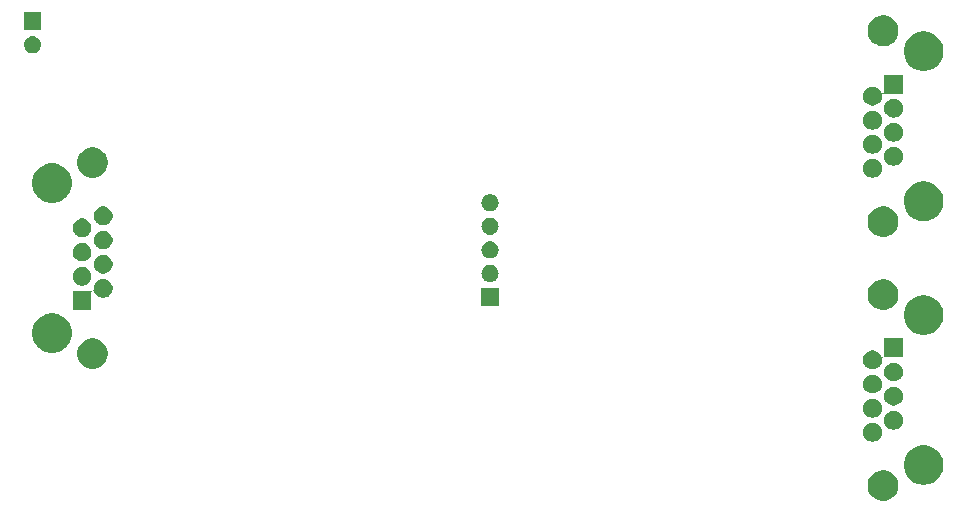
<source format=gbr>
%TF.GenerationSoftware,KiCad,Pcbnew,(5.1.2)-1*%
%TF.CreationDate,2019-06-16T16:41:35+02:00*%
%TF.ProjectId,i2s_rxtx,6932735f-7278-4747-982e-6b696361645f,rev?*%
%TF.SameCoordinates,Original*%
%TF.FileFunction,Soldermask,Bot*%
%TF.FilePolarity,Negative*%
%FSLAX46Y46*%
G04 Gerber Fmt 4.6, Leading zero omitted, Abs format (unit mm)*
G04 Created by KiCad (PCBNEW (5.1.2)-1) date 2019-06-16 16:41:35*
%MOMM*%
%LPD*%
G04 APERTURE LIST*
%ADD10C,0.150000*%
G04 APERTURE END LIST*
D10*
G36*
X122933487Y-84298996D02*
G01*
X123170253Y-84397068D01*
X123170255Y-84397069D01*
X123383339Y-84539447D01*
X123564553Y-84720661D01*
X123706932Y-84933747D01*
X123805004Y-85170513D01*
X123855000Y-85421861D01*
X123855000Y-85678139D01*
X123805004Y-85929487D01*
X123706932Y-86166253D01*
X123706931Y-86166255D01*
X123564553Y-86379339D01*
X123383339Y-86560553D01*
X123170255Y-86702931D01*
X123170254Y-86702932D01*
X123170253Y-86702932D01*
X122933487Y-86801004D01*
X122682139Y-86851000D01*
X122425861Y-86851000D01*
X122174513Y-86801004D01*
X121937747Y-86702932D01*
X121937746Y-86702932D01*
X121937745Y-86702931D01*
X121724661Y-86560553D01*
X121543447Y-86379339D01*
X121401069Y-86166255D01*
X121401068Y-86166253D01*
X121302996Y-85929487D01*
X121253000Y-85678139D01*
X121253000Y-85421861D01*
X121302996Y-85170513D01*
X121401068Y-84933747D01*
X121543447Y-84720661D01*
X121724661Y-84539447D01*
X121937745Y-84397069D01*
X121937747Y-84397068D01*
X122174513Y-84298996D01*
X122425861Y-84249000D01*
X122682139Y-84249000D01*
X122933487Y-84298996D01*
X122933487Y-84298996D01*
G37*
G36*
X126472871Y-82208408D02*
G01*
X126777883Y-82334748D01*
X127052387Y-82518166D01*
X127285834Y-82751613D01*
X127469252Y-83026117D01*
X127595592Y-83331129D01*
X127660000Y-83654928D01*
X127660000Y-83985072D01*
X127595592Y-84308871D01*
X127469252Y-84613883D01*
X127285834Y-84888387D01*
X127052387Y-85121834D01*
X126777883Y-85305252D01*
X126472871Y-85431592D01*
X126310971Y-85463796D01*
X126149073Y-85496000D01*
X125818927Y-85496000D01*
X125657029Y-85463796D01*
X125495129Y-85431592D01*
X125190117Y-85305252D01*
X124915613Y-85121834D01*
X124682166Y-84888387D01*
X124498748Y-84613883D01*
X124372408Y-84308871D01*
X124308000Y-83985072D01*
X124308000Y-83654928D01*
X124372408Y-83331129D01*
X124498748Y-83026117D01*
X124682166Y-82751613D01*
X124915613Y-82518166D01*
X125190117Y-82334748D01*
X125495129Y-82208408D01*
X125818927Y-82144000D01*
X126149073Y-82144000D01*
X126472871Y-82208408D01*
X126472871Y-82208408D01*
G37*
G36*
X121897642Y-80269781D02*
G01*
X122043414Y-80330162D01*
X122043416Y-80330163D01*
X122174608Y-80417822D01*
X122286178Y-80529392D01*
X122373837Y-80660584D01*
X122373838Y-80660586D01*
X122434219Y-80806358D01*
X122465000Y-80961107D01*
X122465000Y-81118893D01*
X122434219Y-81273642D01*
X122373838Y-81419414D01*
X122373837Y-81419416D01*
X122286178Y-81550608D01*
X122174608Y-81662178D01*
X122043416Y-81749837D01*
X122043415Y-81749838D01*
X122043414Y-81749838D01*
X121897642Y-81810219D01*
X121742893Y-81841000D01*
X121585107Y-81841000D01*
X121430358Y-81810219D01*
X121284586Y-81749838D01*
X121284585Y-81749838D01*
X121284584Y-81749837D01*
X121153392Y-81662178D01*
X121041822Y-81550608D01*
X120954163Y-81419416D01*
X120954162Y-81419414D01*
X120893781Y-81273642D01*
X120863000Y-81118893D01*
X120863000Y-80961107D01*
X120893781Y-80806358D01*
X120954162Y-80660586D01*
X120954163Y-80660584D01*
X121041822Y-80529392D01*
X121153392Y-80417822D01*
X121284584Y-80330163D01*
X121284586Y-80330162D01*
X121430358Y-80269781D01*
X121585107Y-80239000D01*
X121742893Y-80239000D01*
X121897642Y-80269781D01*
X121897642Y-80269781D01*
G37*
G36*
X123677642Y-79249781D02*
G01*
X123823414Y-79310162D01*
X123823416Y-79310163D01*
X123954608Y-79397822D01*
X124066178Y-79509392D01*
X124153837Y-79640584D01*
X124153838Y-79640586D01*
X124214219Y-79786358D01*
X124245000Y-79941107D01*
X124245000Y-80098893D01*
X124214219Y-80253642D01*
X124153838Y-80399414D01*
X124153837Y-80399416D01*
X124066178Y-80530608D01*
X123954608Y-80642178D01*
X123823416Y-80729837D01*
X123823415Y-80729838D01*
X123823414Y-80729838D01*
X123677642Y-80790219D01*
X123522893Y-80821000D01*
X123365107Y-80821000D01*
X123210358Y-80790219D01*
X123064586Y-80729838D01*
X123064585Y-80729838D01*
X123064584Y-80729837D01*
X122933392Y-80642178D01*
X122821822Y-80530608D01*
X122734163Y-80399416D01*
X122734162Y-80399414D01*
X122673781Y-80253642D01*
X122643000Y-80098893D01*
X122643000Y-79941107D01*
X122673781Y-79786358D01*
X122734162Y-79640586D01*
X122734163Y-79640584D01*
X122821822Y-79509392D01*
X122933392Y-79397822D01*
X123064584Y-79310163D01*
X123064586Y-79310162D01*
X123210358Y-79249781D01*
X123365107Y-79219000D01*
X123522893Y-79219000D01*
X123677642Y-79249781D01*
X123677642Y-79249781D01*
G37*
G36*
X121897642Y-78229781D02*
G01*
X122043414Y-78290162D01*
X122043416Y-78290163D01*
X122174608Y-78377822D01*
X122286178Y-78489392D01*
X122373837Y-78620584D01*
X122373838Y-78620586D01*
X122434219Y-78766358D01*
X122465000Y-78921107D01*
X122465000Y-79078893D01*
X122434219Y-79233642D01*
X122373838Y-79379414D01*
X122373837Y-79379416D01*
X122286178Y-79510608D01*
X122174608Y-79622178D01*
X122043416Y-79709837D01*
X122043415Y-79709838D01*
X122043414Y-79709838D01*
X121897642Y-79770219D01*
X121742893Y-79801000D01*
X121585107Y-79801000D01*
X121430358Y-79770219D01*
X121284586Y-79709838D01*
X121284585Y-79709838D01*
X121284584Y-79709837D01*
X121153392Y-79622178D01*
X121041822Y-79510608D01*
X120954163Y-79379416D01*
X120954162Y-79379414D01*
X120893781Y-79233642D01*
X120863000Y-79078893D01*
X120863000Y-78921107D01*
X120893781Y-78766358D01*
X120954162Y-78620586D01*
X120954163Y-78620584D01*
X121041822Y-78489392D01*
X121153392Y-78377822D01*
X121284584Y-78290163D01*
X121284586Y-78290162D01*
X121430358Y-78229781D01*
X121585107Y-78199000D01*
X121742893Y-78199000D01*
X121897642Y-78229781D01*
X121897642Y-78229781D01*
G37*
G36*
X123677642Y-77209781D02*
G01*
X123823414Y-77270162D01*
X123823416Y-77270163D01*
X123954608Y-77357822D01*
X124066178Y-77469392D01*
X124153837Y-77600584D01*
X124153838Y-77600586D01*
X124214219Y-77746358D01*
X124245000Y-77901107D01*
X124245000Y-78058893D01*
X124214219Y-78213642D01*
X124153838Y-78359414D01*
X124153837Y-78359416D01*
X124066178Y-78490608D01*
X123954608Y-78602178D01*
X123823416Y-78689837D01*
X123823415Y-78689838D01*
X123823414Y-78689838D01*
X123677642Y-78750219D01*
X123522893Y-78781000D01*
X123365107Y-78781000D01*
X123210358Y-78750219D01*
X123064586Y-78689838D01*
X123064585Y-78689838D01*
X123064584Y-78689837D01*
X122933392Y-78602178D01*
X122821822Y-78490608D01*
X122734163Y-78359416D01*
X122734162Y-78359414D01*
X122673781Y-78213642D01*
X122643000Y-78058893D01*
X122643000Y-77901107D01*
X122673781Y-77746358D01*
X122734162Y-77600586D01*
X122734163Y-77600584D01*
X122821822Y-77469392D01*
X122933392Y-77357822D01*
X123064584Y-77270163D01*
X123064586Y-77270162D01*
X123210358Y-77209781D01*
X123365107Y-77179000D01*
X123522893Y-77179000D01*
X123677642Y-77209781D01*
X123677642Y-77209781D01*
G37*
G36*
X121897642Y-76189781D02*
G01*
X122043414Y-76250162D01*
X122043416Y-76250163D01*
X122174608Y-76337822D01*
X122286178Y-76449392D01*
X122373837Y-76580584D01*
X122373838Y-76580586D01*
X122434219Y-76726358D01*
X122465000Y-76881107D01*
X122465000Y-77038893D01*
X122434219Y-77193642D01*
X122373838Y-77339414D01*
X122373837Y-77339416D01*
X122286178Y-77470608D01*
X122174608Y-77582178D01*
X122043416Y-77669837D01*
X122043415Y-77669838D01*
X122043414Y-77669838D01*
X121897642Y-77730219D01*
X121742893Y-77761000D01*
X121585107Y-77761000D01*
X121430358Y-77730219D01*
X121284586Y-77669838D01*
X121284585Y-77669838D01*
X121284584Y-77669837D01*
X121153392Y-77582178D01*
X121041822Y-77470608D01*
X120954163Y-77339416D01*
X120954162Y-77339414D01*
X120893781Y-77193642D01*
X120863000Y-77038893D01*
X120863000Y-76881107D01*
X120893781Y-76726358D01*
X120954162Y-76580586D01*
X120954163Y-76580584D01*
X121041822Y-76449392D01*
X121153392Y-76337822D01*
X121284584Y-76250163D01*
X121284586Y-76250162D01*
X121430358Y-76189781D01*
X121585107Y-76159000D01*
X121742893Y-76159000D01*
X121897642Y-76189781D01*
X121897642Y-76189781D01*
G37*
G36*
X123677642Y-75169781D02*
G01*
X123823414Y-75230162D01*
X123823416Y-75230163D01*
X123954608Y-75317822D01*
X124066178Y-75429392D01*
X124153837Y-75560584D01*
X124153838Y-75560586D01*
X124214219Y-75706358D01*
X124245000Y-75861107D01*
X124245000Y-76018893D01*
X124214219Y-76173642D01*
X124153838Y-76319414D01*
X124153837Y-76319416D01*
X124066178Y-76450608D01*
X123954608Y-76562178D01*
X123823416Y-76649837D01*
X123823415Y-76649838D01*
X123823414Y-76649838D01*
X123677642Y-76710219D01*
X123522893Y-76741000D01*
X123365107Y-76741000D01*
X123210358Y-76710219D01*
X123064586Y-76649838D01*
X123064585Y-76649838D01*
X123064584Y-76649837D01*
X122933392Y-76562178D01*
X122821822Y-76450608D01*
X122734163Y-76319416D01*
X122734162Y-76319414D01*
X122673781Y-76173642D01*
X122643000Y-76018893D01*
X122643000Y-75861107D01*
X122673781Y-75706358D01*
X122734162Y-75560586D01*
X122734163Y-75560584D01*
X122821822Y-75429392D01*
X122933392Y-75317822D01*
X123064584Y-75230163D01*
X123064586Y-75230162D01*
X123210358Y-75169781D01*
X123365107Y-75139000D01*
X123522893Y-75139000D01*
X123677642Y-75169781D01*
X123677642Y-75169781D01*
G37*
G36*
X124245000Y-74701000D02*
G01*
X122589442Y-74701000D01*
X122565056Y-74703402D01*
X122541607Y-74710515D01*
X122519996Y-74722066D01*
X122501054Y-74737611D01*
X122485509Y-74756553D01*
X122473958Y-74778164D01*
X122466845Y-74801613D01*
X122464443Y-74825999D01*
X122465000Y-74831649D01*
X122465000Y-74998893D01*
X122434219Y-75153642D01*
X122373838Y-75299414D01*
X122373837Y-75299416D01*
X122286178Y-75430608D01*
X122174608Y-75542178D01*
X122043416Y-75629837D01*
X122043415Y-75629838D01*
X122043414Y-75629838D01*
X121897642Y-75690219D01*
X121742893Y-75721000D01*
X121585107Y-75721000D01*
X121430358Y-75690219D01*
X121284586Y-75629838D01*
X121284585Y-75629838D01*
X121284584Y-75629837D01*
X121153392Y-75542178D01*
X121041822Y-75430608D01*
X120954163Y-75299416D01*
X120954162Y-75299414D01*
X120893781Y-75153642D01*
X120863000Y-74998893D01*
X120863000Y-74841107D01*
X120893781Y-74686358D01*
X120954162Y-74540586D01*
X120979851Y-74502139D01*
X121041822Y-74409392D01*
X121153392Y-74297822D01*
X121284584Y-74210163D01*
X121284586Y-74210162D01*
X121430358Y-74149781D01*
X121585107Y-74119000D01*
X121742893Y-74119000D01*
X121897642Y-74149781D01*
X122043414Y-74210162D01*
X122043416Y-74210163D01*
X122174608Y-74297822D01*
X122286178Y-74409392D01*
X122348149Y-74502139D01*
X122373838Y-74540586D01*
X122402517Y-74609823D01*
X122414068Y-74631434D01*
X122429613Y-74650376D01*
X122448555Y-74665921D01*
X122470166Y-74677472D01*
X122493615Y-74684585D01*
X122518001Y-74686987D01*
X122542387Y-74684585D01*
X122565836Y-74677472D01*
X122587447Y-74665921D01*
X122606389Y-74650376D01*
X122621934Y-74631434D01*
X122633485Y-74609823D01*
X122640598Y-74586374D01*
X122643000Y-74561988D01*
X122643000Y-73099000D01*
X124245000Y-73099000D01*
X124245000Y-74701000D01*
X124245000Y-74701000D01*
G37*
G36*
X56006487Y-73122996D02*
G01*
X56243253Y-73221068D01*
X56243255Y-73221069D01*
X56456339Y-73363447D01*
X56637553Y-73544661D01*
X56779932Y-73757747D01*
X56878004Y-73994513D01*
X56928000Y-74245861D01*
X56928000Y-74502139D01*
X56878004Y-74753487D01*
X56867782Y-74778164D01*
X56779931Y-74990255D01*
X56637553Y-75203339D01*
X56456339Y-75384553D01*
X56243255Y-75526931D01*
X56243254Y-75526932D01*
X56243253Y-75526932D01*
X56006487Y-75625004D01*
X55755139Y-75675000D01*
X55498861Y-75675000D01*
X55247513Y-75625004D01*
X55010747Y-75526932D01*
X55010746Y-75526932D01*
X55010745Y-75526931D01*
X54797661Y-75384553D01*
X54616447Y-75203339D01*
X54474069Y-74990255D01*
X54386218Y-74778164D01*
X54375996Y-74753487D01*
X54326000Y-74502139D01*
X54326000Y-74245861D01*
X54375996Y-73994513D01*
X54474068Y-73757747D01*
X54616447Y-73544661D01*
X54797661Y-73363447D01*
X55010745Y-73221069D01*
X55010747Y-73221068D01*
X55247513Y-73122996D01*
X55498861Y-73073000D01*
X55755139Y-73073000D01*
X56006487Y-73122996D01*
X56006487Y-73122996D01*
G37*
G36*
X52523971Y-71000204D02*
G01*
X52685871Y-71032408D01*
X52990883Y-71158748D01*
X53265387Y-71342166D01*
X53498834Y-71575613D01*
X53682252Y-71850117D01*
X53808592Y-72155129D01*
X53873000Y-72478928D01*
X53873000Y-72809072D01*
X53808592Y-73132871D01*
X53682252Y-73437883D01*
X53498834Y-73712387D01*
X53265387Y-73945834D01*
X52990883Y-74129252D01*
X52685871Y-74255592D01*
X52362073Y-74320000D01*
X52031927Y-74320000D01*
X51708129Y-74255592D01*
X51403117Y-74129252D01*
X51128613Y-73945834D01*
X50895166Y-73712387D01*
X50711748Y-73437883D01*
X50585408Y-73132871D01*
X50521000Y-72809072D01*
X50521000Y-72478928D01*
X50585408Y-72155129D01*
X50711748Y-71850117D01*
X50895166Y-71575613D01*
X51128613Y-71342166D01*
X51403117Y-71158748D01*
X51708129Y-71032408D01*
X51870029Y-71000204D01*
X52031927Y-70968000D01*
X52362073Y-70968000D01*
X52523971Y-71000204D01*
X52523971Y-71000204D01*
G37*
G36*
X126260568Y-69466178D02*
G01*
X126472871Y-69508408D01*
X126777883Y-69634748D01*
X127052387Y-69818166D01*
X127285834Y-70051613D01*
X127469252Y-70326117D01*
X127595592Y-70631129D01*
X127660000Y-70954928D01*
X127660000Y-71285072D01*
X127595592Y-71608871D01*
X127469252Y-71913883D01*
X127285834Y-72188387D01*
X127052387Y-72421834D01*
X126777883Y-72605252D01*
X126472871Y-72731592D01*
X126149073Y-72796000D01*
X125818927Y-72796000D01*
X125495129Y-72731592D01*
X125190117Y-72605252D01*
X124915613Y-72421834D01*
X124682166Y-72188387D01*
X124498748Y-71913883D01*
X124372408Y-71608871D01*
X124308000Y-71285072D01*
X124308000Y-70954928D01*
X124372408Y-70631129D01*
X124498748Y-70326117D01*
X124682166Y-70051613D01*
X124915613Y-69818166D01*
X125190117Y-69634748D01*
X125495129Y-69508408D01*
X125707432Y-69466178D01*
X125818927Y-69444000D01*
X126149073Y-69444000D01*
X126260568Y-69466178D01*
X126260568Y-69466178D01*
G37*
G36*
X122933487Y-68138996D02*
G01*
X123170253Y-68237068D01*
X123170255Y-68237069D01*
X123383339Y-68379447D01*
X123564553Y-68560661D01*
X123706932Y-68773747D01*
X123805004Y-69010513D01*
X123855000Y-69261861D01*
X123855000Y-69518139D01*
X123805004Y-69769487D01*
X123784840Y-69818166D01*
X123706931Y-70006255D01*
X123564553Y-70219339D01*
X123383339Y-70400553D01*
X123170255Y-70542931D01*
X123170254Y-70542932D01*
X123170253Y-70542932D01*
X122933487Y-70641004D01*
X122682139Y-70691000D01*
X122425861Y-70691000D01*
X122174513Y-70641004D01*
X121937747Y-70542932D01*
X121937746Y-70542932D01*
X121937745Y-70542931D01*
X121724661Y-70400553D01*
X121543447Y-70219339D01*
X121401069Y-70006255D01*
X121323160Y-69818166D01*
X121302996Y-69769487D01*
X121253000Y-69518139D01*
X121253000Y-69261861D01*
X121302996Y-69010513D01*
X121401068Y-68773747D01*
X121543447Y-68560661D01*
X121724661Y-68379447D01*
X121937745Y-68237069D01*
X121937747Y-68237068D01*
X122174513Y-68138996D01*
X122425861Y-68089000D01*
X122682139Y-68089000D01*
X122933487Y-68138996D01*
X122933487Y-68138996D01*
G37*
G36*
X56750642Y-68073781D02*
G01*
X56842531Y-68111843D01*
X56896416Y-68134163D01*
X57027608Y-68221822D01*
X57139178Y-68333392D01*
X57226837Y-68464584D01*
X57226838Y-68464586D01*
X57287219Y-68610358D01*
X57318000Y-68765107D01*
X57318000Y-68922893D01*
X57287219Y-69077642D01*
X57255517Y-69154177D01*
X57226837Y-69223416D01*
X57139178Y-69354608D01*
X57027608Y-69466178D01*
X56896416Y-69553837D01*
X56896415Y-69553838D01*
X56896414Y-69553838D01*
X56750642Y-69614219D01*
X56595893Y-69645000D01*
X56438107Y-69645000D01*
X56283358Y-69614219D01*
X56137586Y-69553838D01*
X56137585Y-69553838D01*
X56137584Y-69553837D01*
X56006392Y-69466178D01*
X55894822Y-69354608D01*
X55807163Y-69223416D01*
X55778483Y-69154177D01*
X55766932Y-69132566D01*
X55751387Y-69113624D01*
X55732445Y-69098079D01*
X55710834Y-69086528D01*
X55687385Y-69079415D01*
X55662999Y-69077013D01*
X55638613Y-69079415D01*
X55615164Y-69086528D01*
X55593553Y-69098079D01*
X55574611Y-69113624D01*
X55559066Y-69132566D01*
X55547515Y-69154177D01*
X55540402Y-69177626D01*
X55538000Y-69202012D01*
X55538000Y-70665000D01*
X53936000Y-70665000D01*
X53936000Y-69063000D01*
X55591558Y-69063000D01*
X55615944Y-69060598D01*
X55639393Y-69053485D01*
X55661004Y-69041934D01*
X55679946Y-69026389D01*
X55695491Y-69007447D01*
X55707042Y-68985836D01*
X55714155Y-68962387D01*
X55716557Y-68938001D01*
X55716000Y-68932351D01*
X55716000Y-68765107D01*
X55746781Y-68610358D01*
X55807162Y-68464586D01*
X55807163Y-68464584D01*
X55894822Y-68333392D01*
X56006392Y-68221822D01*
X56137584Y-68134163D01*
X56191469Y-68111843D01*
X56283358Y-68073781D01*
X56438107Y-68043000D01*
X56595893Y-68043000D01*
X56750642Y-68073781D01*
X56750642Y-68073781D01*
G37*
G36*
X90007000Y-70322000D02*
G01*
X88555000Y-70322000D01*
X88555000Y-68870000D01*
X90007000Y-68870000D01*
X90007000Y-70322000D01*
X90007000Y-70322000D01*
G37*
G36*
X54970642Y-67053781D02*
G01*
X55116414Y-67114162D01*
X55116416Y-67114163D01*
X55247608Y-67201822D01*
X55359178Y-67313392D01*
X55446837Y-67444584D01*
X55446838Y-67444586D01*
X55507219Y-67590358D01*
X55538000Y-67745107D01*
X55538000Y-67902893D01*
X55507219Y-68057642D01*
X55447189Y-68202567D01*
X55446837Y-68203416D01*
X55359178Y-68334608D01*
X55247608Y-68446178D01*
X55116416Y-68533837D01*
X55116415Y-68533838D01*
X55116414Y-68533838D01*
X54970642Y-68594219D01*
X54815893Y-68625000D01*
X54658107Y-68625000D01*
X54503358Y-68594219D01*
X54357586Y-68533838D01*
X54357585Y-68533838D01*
X54357584Y-68533837D01*
X54226392Y-68446178D01*
X54114822Y-68334608D01*
X54027163Y-68203416D01*
X54026811Y-68202567D01*
X53966781Y-68057642D01*
X53936000Y-67902893D01*
X53936000Y-67745107D01*
X53966781Y-67590358D01*
X54027162Y-67444586D01*
X54027163Y-67444584D01*
X54114822Y-67313392D01*
X54226392Y-67201822D01*
X54357584Y-67114163D01*
X54357586Y-67114162D01*
X54503358Y-67053781D01*
X54658107Y-67023000D01*
X54815893Y-67023000D01*
X54970642Y-67053781D01*
X54970642Y-67053781D01*
G37*
G36*
X89352213Y-66873502D02*
G01*
X89423321Y-66880505D01*
X89560172Y-66922019D01*
X89560175Y-66922020D01*
X89686294Y-66989432D01*
X89796843Y-67080157D01*
X89887568Y-67190706D01*
X89954980Y-67316825D01*
X89954981Y-67316828D01*
X89996495Y-67453679D01*
X90010512Y-67596000D01*
X89996495Y-67738321D01*
X89994436Y-67745107D01*
X89954980Y-67875175D01*
X89887568Y-68001294D01*
X89796843Y-68111843D01*
X89686294Y-68202568D01*
X89560175Y-68269980D01*
X89560172Y-68269981D01*
X89423321Y-68311495D01*
X89352213Y-68318498D01*
X89316660Y-68322000D01*
X89245340Y-68322000D01*
X89209787Y-68318498D01*
X89138679Y-68311495D01*
X89001828Y-68269981D01*
X89001825Y-68269980D01*
X88875706Y-68202568D01*
X88765157Y-68111843D01*
X88674432Y-68001294D01*
X88607020Y-67875175D01*
X88567564Y-67745107D01*
X88565505Y-67738321D01*
X88551488Y-67596000D01*
X88565505Y-67453679D01*
X88607019Y-67316828D01*
X88607020Y-67316825D01*
X88674432Y-67190706D01*
X88765157Y-67080157D01*
X88875706Y-66989432D01*
X89001825Y-66922020D01*
X89001828Y-66922019D01*
X89138679Y-66880505D01*
X89209787Y-66873502D01*
X89245340Y-66870000D01*
X89316660Y-66870000D01*
X89352213Y-66873502D01*
X89352213Y-66873502D01*
G37*
G36*
X56750642Y-66033781D02*
G01*
X56896414Y-66094162D01*
X56896416Y-66094163D01*
X57027608Y-66181822D01*
X57139178Y-66293392D01*
X57226837Y-66424584D01*
X57226838Y-66424586D01*
X57287219Y-66570358D01*
X57318000Y-66725107D01*
X57318000Y-66882893D01*
X57287219Y-67037642D01*
X57226838Y-67183414D01*
X57226837Y-67183416D01*
X57139178Y-67314608D01*
X57027608Y-67426178D01*
X56896416Y-67513837D01*
X56896415Y-67513838D01*
X56896414Y-67513838D01*
X56750642Y-67574219D01*
X56595893Y-67605000D01*
X56438107Y-67605000D01*
X56283358Y-67574219D01*
X56137586Y-67513838D01*
X56137585Y-67513838D01*
X56137584Y-67513837D01*
X56006392Y-67426178D01*
X55894822Y-67314608D01*
X55807163Y-67183416D01*
X55807162Y-67183414D01*
X55746781Y-67037642D01*
X55716000Y-66882893D01*
X55716000Y-66725107D01*
X55746781Y-66570358D01*
X55807162Y-66424586D01*
X55807163Y-66424584D01*
X55894822Y-66293392D01*
X56006392Y-66181822D01*
X56137584Y-66094163D01*
X56137586Y-66094162D01*
X56283358Y-66033781D01*
X56438107Y-66003000D01*
X56595893Y-66003000D01*
X56750642Y-66033781D01*
X56750642Y-66033781D01*
G37*
G36*
X54970642Y-65013781D02*
G01*
X55116414Y-65074162D01*
X55116416Y-65074163D01*
X55247608Y-65161822D01*
X55359178Y-65273392D01*
X55446837Y-65404584D01*
X55446838Y-65404586D01*
X55507219Y-65550358D01*
X55538000Y-65705107D01*
X55538000Y-65862893D01*
X55507219Y-66017642D01*
X55468199Y-66111843D01*
X55446837Y-66163416D01*
X55359178Y-66294608D01*
X55247608Y-66406178D01*
X55116416Y-66493837D01*
X55116415Y-66493838D01*
X55116414Y-66493838D01*
X54970642Y-66554219D01*
X54815893Y-66585000D01*
X54658107Y-66585000D01*
X54503358Y-66554219D01*
X54357586Y-66493838D01*
X54357585Y-66493838D01*
X54357584Y-66493837D01*
X54226392Y-66406178D01*
X54114822Y-66294608D01*
X54027163Y-66163416D01*
X54005801Y-66111843D01*
X53966781Y-66017642D01*
X53936000Y-65862893D01*
X53936000Y-65705107D01*
X53966781Y-65550358D01*
X54027162Y-65404586D01*
X54027163Y-65404584D01*
X54114822Y-65273392D01*
X54226392Y-65161822D01*
X54357584Y-65074163D01*
X54357586Y-65074162D01*
X54503358Y-65013781D01*
X54658107Y-64983000D01*
X54815893Y-64983000D01*
X54970642Y-65013781D01*
X54970642Y-65013781D01*
G37*
G36*
X89352213Y-64873502D02*
G01*
X89423321Y-64880505D01*
X89560172Y-64922019D01*
X89560175Y-64922020D01*
X89686294Y-64989432D01*
X89796843Y-65080157D01*
X89887568Y-65190706D01*
X89954980Y-65316825D01*
X89954981Y-65316828D01*
X89996495Y-65453679D01*
X90010512Y-65596000D01*
X89996495Y-65738321D01*
X89958706Y-65862892D01*
X89954980Y-65875175D01*
X89887568Y-66001294D01*
X89796843Y-66111843D01*
X89686294Y-66202568D01*
X89560175Y-66269980D01*
X89560172Y-66269981D01*
X89423321Y-66311495D01*
X89352213Y-66318498D01*
X89316660Y-66322000D01*
X89245340Y-66322000D01*
X89209787Y-66318498D01*
X89138679Y-66311495D01*
X89001828Y-66269981D01*
X89001825Y-66269980D01*
X88875706Y-66202568D01*
X88765157Y-66111843D01*
X88674432Y-66001294D01*
X88607020Y-65875175D01*
X88603294Y-65862892D01*
X88565505Y-65738321D01*
X88551488Y-65596000D01*
X88565505Y-65453679D01*
X88607019Y-65316828D01*
X88607020Y-65316825D01*
X88674432Y-65190706D01*
X88765157Y-65080157D01*
X88875706Y-64989432D01*
X89001825Y-64922020D01*
X89001828Y-64922019D01*
X89138679Y-64880505D01*
X89209787Y-64873502D01*
X89245340Y-64870000D01*
X89316660Y-64870000D01*
X89352213Y-64873502D01*
X89352213Y-64873502D01*
G37*
G36*
X56750642Y-63993781D02*
G01*
X56896414Y-64054162D01*
X56896416Y-64054163D01*
X57027608Y-64141822D01*
X57139178Y-64253392D01*
X57226837Y-64384584D01*
X57226838Y-64384586D01*
X57287219Y-64530358D01*
X57318000Y-64685107D01*
X57318000Y-64842893D01*
X57287219Y-64997642D01*
X57253040Y-65080157D01*
X57226837Y-65143416D01*
X57139178Y-65274608D01*
X57027608Y-65386178D01*
X56896416Y-65473837D01*
X56896415Y-65473838D01*
X56896414Y-65473838D01*
X56750642Y-65534219D01*
X56595893Y-65565000D01*
X56438107Y-65565000D01*
X56283358Y-65534219D01*
X56137586Y-65473838D01*
X56137585Y-65473838D01*
X56137584Y-65473837D01*
X56006392Y-65386178D01*
X55894822Y-65274608D01*
X55807163Y-65143416D01*
X55780960Y-65080157D01*
X55746781Y-64997642D01*
X55716000Y-64842893D01*
X55716000Y-64685107D01*
X55746781Y-64530358D01*
X55807162Y-64384586D01*
X55807163Y-64384584D01*
X55894822Y-64253392D01*
X56006392Y-64141822D01*
X56137584Y-64054163D01*
X56137586Y-64054162D01*
X56283358Y-63993781D01*
X56438107Y-63963000D01*
X56595893Y-63963000D01*
X56750642Y-63993781D01*
X56750642Y-63993781D01*
G37*
G36*
X54970642Y-62973781D02*
G01*
X55116414Y-63034162D01*
X55116416Y-63034163D01*
X55247608Y-63121822D01*
X55359178Y-63233392D01*
X55446837Y-63364584D01*
X55446838Y-63364586D01*
X55507219Y-63510358D01*
X55538000Y-63665107D01*
X55538000Y-63822893D01*
X55507219Y-63977642D01*
X55451631Y-64111843D01*
X55446837Y-64123416D01*
X55359178Y-64254608D01*
X55247608Y-64366178D01*
X55116416Y-64453837D01*
X55116415Y-64453838D01*
X55116414Y-64453838D01*
X54970642Y-64514219D01*
X54815893Y-64545000D01*
X54658107Y-64545000D01*
X54503358Y-64514219D01*
X54357586Y-64453838D01*
X54357585Y-64453838D01*
X54357584Y-64453837D01*
X54226392Y-64366178D01*
X54114822Y-64254608D01*
X54027163Y-64123416D01*
X54022369Y-64111843D01*
X53966781Y-63977642D01*
X53936000Y-63822893D01*
X53936000Y-63665107D01*
X53966781Y-63510358D01*
X54027162Y-63364586D01*
X54027163Y-63364584D01*
X54114822Y-63233392D01*
X54226392Y-63121822D01*
X54357584Y-63034163D01*
X54357586Y-63034162D01*
X54503358Y-62973781D01*
X54658107Y-62943000D01*
X54815893Y-62943000D01*
X54970642Y-62973781D01*
X54970642Y-62973781D01*
G37*
G36*
X122933487Y-61960996D02*
G01*
X123170253Y-62059068D01*
X123170255Y-62059069D01*
X123234239Y-62101822D01*
X123383339Y-62201447D01*
X123564553Y-62382661D01*
X123706932Y-62595747D01*
X123805004Y-62832513D01*
X123855000Y-63083861D01*
X123855000Y-63340139D01*
X123805004Y-63591487D01*
X123709152Y-63822893D01*
X123706931Y-63828255D01*
X123564553Y-64041339D01*
X123383339Y-64222553D01*
X123170255Y-64364931D01*
X123170254Y-64364932D01*
X123170253Y-64364932D01*
X122933487Y-64463004D01*
X122682139Y-64513000D01*
X122425861Y-64513000D01*
X122174513Y-64463004D01*
X121937747Y-64364932D01*
X121937746Y-64364932D01*
X121937745Y-64364931D01*
X121724661Y-64222553D01*
X121543447Y-64041339D01*
X121401069Y-63828255D01*
X121398848Y-63822893D01*
X121302996Y-63591487D01*
X121253000Y-63340139D01*
X121253000Y-63083861D01*
X121302996Y-62832513D01*
X121401068Y-62595747D01*
X121543447Y-62382661D01*
X121724661Y-62201447D01*
X121873761Y-62101822D01*
X121937745Y-62059069D01*
X121937747Y-62059068D01*
X122174513Y-61960996D01*
X122425861Y-61911000D01*
X122682139Y-61911000D01*
X122933487Y-61960996D01*
X122933487Y-61960996D01*
G37*
G36*
X89352213Y-62873502D02*
G01*
X89423321Y-62880505D01*
X89560172Y-62922019D01*
X89560175Y-62922020D01*
X89686294Y-62989432D01*
X89796843Y-63080157D01*
X89887568Y-63190706D01*
X89954980Y-63316825D01*
X89954981Y-63316828D01*
X89996495Y-63453679D01*
X90010512Y-63596000D01*
X89996495Y-63738321D01*
X89970840Y-63822892D01*
X89954980Y-63875175D01*
X89887568Y-64001294D01*
X89796843Y-64111843D01*
X89686294Y-64202568D01*
X89560175Y-64269980D01*
X89560172Y-64269981D01*
X89423321Y-64311495D01*
X89352213Y-64318498D01*
X89316660Y-64322000D01*
X89245340Y-64322000D01*
X89209787Y-64318498D01*
X89138679Y-64311495D01*
X89001828Y-64269981D01*
X89001825Y-64269980D01*
X88875706Y-64202568D01*
X88765157Y-64111843D01*
X88674432Y-64001294D01*
X88607020Y-63875175D01*
X88591160Y-63822892D01*
X88565505Y-63738321D01*
X88551488Y-63596000D01*
X88565505Y-63453679D01*
X88607019Y-63316828D01*
X88607020Y-63316825D01*
X88674432Y-63190706D01*
X88765157Y-63080157D01*
X88875706Y-62989432D01*
X89001825Y-62922020D01*
X89001828Y-62922019D01*
X89138679Y-62880505D01*
X89209787Y-62873502D01*
X89245340Y-62870000D01*
X89316660Y-62870000D01*
X89352213Y-62873502D01*
X89352213Y-62873502D01*
G37*
G36*
X56750642Y-61953781D02*
G01*
X56865350Y-62001295D01*
X56896416Y-62014163D01*
X57027608Y-62101822D01*
X57139178Y-62213392D01*
X57211747Y-62322000D01*
X57226838Y-62344586D01*
X57287219Y-62490358D01*
X57318000Y-62645107D01*
X57318000Y-62802893D01*
X57287219Y-62957642D01*
X57236471Y-63080157D01*
X57226837Y-63103416D01*
X57139178Y-63234608D01*
X57027608Y-63346178D01*
X56896416Y-63433837D01*
X56896415Y-63433838D01*
X56896414Y-63433838D01*
X56750642Y-63494219D01*
X56595893Y-63525000D01*
X56438107Y-63525000D01*
X56283358Y-63494219D01*
X56137586Y-63433838D01*
X56137585Y-63433838D01*
X56137584Y-63433837D01*
X56006392Y-63346178D01*
X55894822Y-63234608D01*
X55807163Y-63103416D01*
X55797529Y-63080157D01*
X55746781Y-62957642D01*
X55716000Y-62802893D01*
X55716000Y-62645107D01*
X55746781Y-62490358D01*
X55807162Y-62344586D01*
X55822253Y-62322000D01*
X55894822Y-62213392D01*
X56006392Y-62101822D01*
X56137584Y-62014163D01*
X56168650Y-62001295D01*
X56283358Y-61953781D01*
X56438107Y-61923000D01*
X56595893Y-61923000D01*
X56750642Y-61953781D01*
X56750642Y-61953781D01*
G37*
G36*
X126310971Y-59838204D02*
G01*
X126472871Y-59870408D01*
X126777883Y-59996748D01*
X127052387Y-60180166D01*
X127285834Y-60413613D01*
X127469252Y-60688117D01*
X127594061Y-60989433D01*
X127595592Y-60993130D01*
X127645859Y-61245834D01*
X127660000Y-61316928D01*
X127660000Y-61647072D01*
X127595592Y-61970871D01*
X127469252Y-62275883D01*
X127285834Y-62550387D01*
X127052387Y-62783834D01*
X126777883Y-62967252D01*
X126472871Y-63093592D01*
X126330950Y-63121822D01*
X126149073Y-63158000D01*
X125818927Y-63158000D01*
X125637050Y-63121822D01*
X125495129Y-63093592D01*
X125190117Y-62967252D01*
X124915613Y-62783834D01*
X124682166Y-62550387D01*
X124498748Y-62275883D01*
X124372408Y-61970871D01*
X124308000Y-61647072D01*
X124308000Y-61316928D01*
X124322142Y-61245834D01*
X124372408Y-60993130D01*
X124373939Y-60989433D01*
X124498748Y-60688117D01*
X124682166Y-60413613D01*
X124915613Y-60180166D01*
X125190117Y-59996748D01*
X125495129Y-59870408D01*
X125657029Y-59838204D01*
X125818927Y-59806000D01*
X126149073Y-59806000D01*
X126310971Y-59838204D01*
X126310971Y-59838204D01*
G37*
G36*
X89352213Y-60873502D02*
G01*
X89423321Y-60880505D01*
X89560172Y-60922019D01*
X89560175Y-60922020D01*
X89686294Y-60989432D01*
X89796843Y-61080157D01*
X89887568Y-61190706D01*
X89954980Y-61316825D01*
X89954981Y-61316828D01*
X89996495Y-61453679D01*
X90010512Y-61596000D01*
X89996495Y-61738321D01*
X89954981Y-61875172D01*
X89954980Y-61875175D01*
X89887568Y-62001294D01*
X89796843Y-62111843D01*
X89686294Y-62202568D01*
X89560175Y-62269980D01*
X89560172Y-62269981D01*
X89423321Y-62311495D01*
X89352213Y-62318498D01*
X89316660Y-62322000D01*
X89245340Y-62322000D01*
X89209787Y-62318498D01*
X89138679Y-62311495D01*
X89001828Y-62269981D01*
X89001825Y-62269980D01*
X88875706Y-62202568D01*
X88765157Y-62111843D01*
X88674432Y-62001294D01*
X88607020Y-61875175D01*
X88607019Y-61875172D01*
X88565505Y-61738321D01*
X88551488Y-61596000D01*
X88565505Y-61453679D01*
X88607019Y-61316828D01*
X88607020Y-61316825D01*
X88674432Y-61190706D01*
X88765157Y-61080157D01*
X88875706Y-60989432D01*
X89001825Y-60922020D01*
X89001828Y-60922019D01*
X89138679Y-60880505D01*
X89209787Y-60873502D01*
X89245340Y-60870000D01*
X89316660Y-60870000D01*
X89352213Y-60873502D01*
X89352213Y-60873502D01*
G37*
G36*
X52685871Y-58332408D02*
G01*
X52990883Y-58458748D01*
X53265387Y-58642166D01*
X53498834Y-58875613D01*
X53682252Y-59150117D01*
X53790660Y-59411838D01*
X53808592Y-59455130D01*
X53873000Y-59778927D01*
X53873000Y-60109073D01*
X53808592Y-60432871D01*
X53682252Y-60737883D01*
X53498834Y-61012387D01*
X53265387Y-61245834D01*
X52990883Y-61429252D01*
X52685871Y-61555592D01*
X52362073Y-61620000D01*
X52031927Y-61620000D01*
X51708129Y-61555592D01*
X51403117Y-61429252D01*
X51128613Y-61245834D01*
X50895166Y-61012387D01*
X50711748Y-60737883D01*
X50585408Y-60432871D01*
X50521000Y-60109073D01*
X50521000Y-59778927D01*
X50585408Y-59455130D01*
X50603340Y-59411838D01*
X50711748Y-59150117D01*
X50895166Y-58875613D01*
X51128613Y-58642166D01*
X51403117Y-58458748D01*
X51708129Y-58332408D01*
X52031927Y-58268000D01*
X52362073Y-58268000D01*
X52685871Y-58332408D01*
X52685871Y-58332408D01*
G37*
G36*
X56006487Y-56962996D02*
G01*
X56243253Y-57061068D01*
X56243255Y-57061069D01*
X56456339Y-57203447D01*
X56637553Y-57384661D01*
X56669330Y-57432218D01*
X56779932Y-57597747D01*
X56878004Y-57834513D01*
X56928000Y-58085861D01*
X56928000Y-58342139D01*
X56878004Y-58593487D01*
X56779932Y-58830253D01*
X56779931Y-58830255D01*
X56637553Y-59043339D01*
X56456339Y-59224553D01*
X56243255Y-59366931D01*
X56243254Y-59366932D01*
X56243253Y-59366932D01*
X56006487Y-59465004D01*
X55755139Y-59515000D01*
X55498861Y-59515000D01*
X55247513Y-59465004D01*
X55010747Y-59366932D01*
X55010746Y-59366932D01*
X55010745Y-59366931D01*
X54797661Y-59224553D01*
X54616447Y-59043339D01*
X54474069Y-58830255D01*
X54474068Y-58830253D01*
X54375996Y-58593487D01*
X54326000Y-58342139D01*
X54326000Y-58085861D01*
X54375996Y-57834513D01*
X54474068Y-57597747D01*
X54584671Y-57432218D01*
X54616447Y-57384661D01*
X54797661Y-57203447D01*
X55010745Y-57061069D01*
X55010747Y-57061068D01*
X55247513Y-56962996D01*
X55498861Y-56913000D01*
X55755139Y-56913000D01*
X56006487Y-56962996D01*
X56006487Y-56962996D01*
G37*
G36*
X121897642Y-57931781D02*
G01*
X122043414Y-57992162D01*
X122043416Y-57992163D01*
X122174608Y-58079822D01*
X122286178Y-58191392D01*
X122373837Y-58322584D01*
X122373838Y-58322586D01*
X122434219Y-58468358D01*
X122465000Y-58623107D01*
X122465000Y-58780893D01*
X122434219Y-58935642D01*
X122389609Y-59043339D01*
X122373837Y-59081416D01*
X122286178Y-59212608D01*
X122174608Y-59324178D01*
X122043416Y-59411837D01*
X122043415Y-59411838D01*
X122043414Y-59411838D01*
X121897642Y-59472219D01*
X121742893Y-59503000D01*
X121585107Y-59503000D01*
X121430358Y-59472219D01*
X121284586Y-59411838D01*
X121284585Y-59411838D01*
X121284584Y-59411837D01*
X121153392Y-59324178D01*
X121041822Y-59212608D01*
X120954163Y-59081416D01*
X120938391Y-59043339D01*
X120893781Y-58935642D01*
X120863000Y-58780893D01*
X120863000Y-58623107D01*
X120893781Y-58468358D01*
X120954162Y-58322586D01*
X120954163Y-58322584D01*
X121041822Y-58191392D01*
X121153392Y-58079822D01*
X121284584Y-57992163D01*
X121284586Y-57992162D01*
X121430358Y-57931781D01*
X121585107Y-57901000D01*
X121742893Y-57901000D01*
X121897642Y-57931781D01*
X121897642Y-57931781D01*
G37*
G36*
X123677642Y-56911781D02*
G01*
X123823414Y-56972162D01*
X123823416Y-56972163D01*
X123954608Y-57059822D01*
X124066178Y-57171392D01*
X124153837Y-57302584D01*
X124153838Y-57302586D01*
X124214219Y-57448358D01*
X124245000Y-57603107D01*
X124245000Y-57760893D01*
X124214219Y-57915642D01*
X124153838Y-58061414D01*
X124153837Y-58061416D01*
X124066178Y-58192608D01*
X123954608Y-58304178D01*
X123823416Y-58391837D01*
X123823415Y-58391838D01*
X123823414Y-58391838D01*
X123677642Y-58452219D01*
X123522893Y-58483000D01*
X123365107Y-58483000D01*
X123210358Y-58452219D01*
X123064586Y-58391838D01*
X123064585Y-58391838D01*
X123064584Y-58391837D01*
X122933392Y-58304178D01*
X122821822Y-58192608D01*
X122734163Y-58061416D01*
X122734162Y-58061414D01*
X122673781Y-57915642D01*
X122643000Y-57760893D01*
X122643000Y-57603107D01*
X122673781Y-57448358D01*
X122734162Y-57302586D01*
X122734163Y-57302584D01*
X122821822Y-57171392D01*
X122933392Y-57059822D01*
X123064584Y-56972163D01*
X123064586Y-56972162D01*
X123210358Y-56911781D01*
X123365107Y-56881000D01*
X123522893Y-56881000D01*
X123677642Y-56911781D01*
X123677642Y-56911781D01*
G37*
G36*
X121897642Y-55891781D02*
G01*
X122043414Y-55952162D01*
X122043416Y-55952163D01*
X122174608Y-56039822D01*
X122286178Y-56151392D01*
X122373837Y-56282584D01*
X122373838Y-56282586D01*
X122434219Y-56428358D01*
X122465000Y-56583107D01*
X122465000Y-56740893D01*
X122434219Y-56895642D01*
X122373838Y-57041414D01*
X122373837Y-57041416D01*
X122286178Y-57172608D01*
X122174608Y-57284178D01*
X122043416Y-57371837D01*
X122043415Y-57371838D01*
X122043414Y-57371838D01*
X121897642Y-57432219D01*
X121742893Y-57463000D01*
X121585107Y-57463000D01*
X121430358Y-57432219D01*
X121284586Y-57371838D01*
X121284585Y-57371838D01*
X121284584Y-57371837D01*
X121153392Y-57284178D01*
X121041822Y-57172608D01*
X120954163Y-57041416D01*
X120954162Y-57041414D01*
X120893781Y-56895642D01*
X120863000Y-56740893D01*
X120863000Y-56583107D01*
X120893781Y-56428358D01*
X120954162Y-56282586D01*
X120954163Y-56282584D01*
X121041822Y-56151392D01*
X121153392Y-56039822D01*
X121284584Y-55952163D01*
X121284586Y-55952162D01*
X121430358Y-55891781D01*
X121585107Y-55861000D01*
X121742893Y-55861000D01*
X121897642Y-55891781D01*
X121897642Y-55891781D01*
G37*
G36*
X123677642Y-54871781D02*
G01*
X123823414Y-54932162D01*
X123823416Y-54932163D01*
X123954608Y-55019822D01*
X124066178Y-55131392D01*
X124153837Y-55262584D01*
X124153838Y-55262586D01*
X124214219Y-55408358D01*
X124245000Y-55563107D01*
X124245000Y-55720893D01*
X124214219Y-55875642D01*
X124153838Y-56021414D01*
X124153837Y-56021416D01*
X124066178Y-56152608D01*
X123954608Y-56264178D01*
X123823416Y-56351837D01*
X123823415Y-56351838D01*
X123823414Y-56351838D01*
X123677642Y-56412219D01*
X123522893Y-56443000D01*
X123365107Y-56443000D01*
X123210358Y-56412219D01*
X123064586Y-56351838D01*
X123064585Y-56351838D01*
X123064584Y-56351837D01*
X122933392Y-56264178D01*
X122821822Y-56152608D01*
X122734163Y-56021416D01*
X122734162Y-56021414D01*
X122673781Y-55875642D01*
X122643000Y-55720893D01*
X122643000Y-55563107D01*
X122673781Y-55408358D01*
X122734162Y-55262586D01*
X122734163Y-55262584D01*
X122821822Y-55131392D01*
X122933392Y-55019822D01*
X123064584Y-54932163D01*
X123064586Y-54932162D01*
X123210358Y-54871781D01*
X123365107Y-54841000D01*
X123522893Y-54841000D01*
X123677642Y-54871781D01*
X123677642Y-54871781D01*
G37*
G36*
X121897642Y-53851781D02*
G01*
X122043414Y-53912162D01*
X122043416Y-53912163D01*
X122174608Y-53999822D01*
X122286178Y-54111392D01*
X122373837Y-54242584D01*
X122373838Y-54242586D01*
X122434219Y-54388358D01*
X122465000Y-54543107D01*
X122465000Y-54700893D01*
X122434219Y-54855642D01*
X122373838Y-55001414D01*
X122373837Y-55001416D01*
X122286178Y-55132608D01*
X122174608Y-55244178D01*
X122043416Y-55331837D01*
X122043415Y-55331838D01*
X122043414Y-55331838D01*
X121897642Y-55392219D01*
X121742893Y-55423000D01*
X121585107Y-55423000D01*
X121430358Y-55392219D01*
X121284586Y-55331838D01*
X121284585Y-55331838D01*
X121284584Y-55331837D01*
X121153392Y-55244178D01*
X121041822Y-55132608D01*
X120954163Y-55001416D01*
X120954162Y-55001414D01*
X120893781Y-54855642D01*
X120863000Y-54700893D01*
X120863000Y-54543107D01*
X120893781Y-54388358D01*
X120954162Y-54242586D01*
X120954163Y-54242584D01*
X121041822Y-54111392D01*
X121153392Y-53999822D01*
X121284584Y-53912163D01*
X121284586Y-53912162D01*
X121430358Y-53851781D01*
X121585107Y-53821000D01*
X121742893Y-53821000D01*
X121897642Y-53851781D01*
X121897642Y-53851781D01*
G37*
G36*
X123677642Y-52831781D02*
G01*
X123823414Y-52892162D01*
X123823416Y-52892163D01*
X123954608Y-52979822D01*
X124066178Y-53091392D01*
X124153837Y-53222584D01*
X124153838Y-53222586D01*
X124214219Y-53368358D01*
X124245000Y-53523107D01*
X124245000Y-53680893D01*
X124214219Y-53835642D01*
X124153838Y-53981414D01*
X124153837Y-53981416D01*
X124066178Y-54112608D01*
X123954608Y-54224178D01*
X123823416Y-54311837D01*
X123823415Y-54311838D01*
X123823414Y-54311838D01*
X123677642Y-54372219D01*
X123522893Y-54403000D01*
X123365107Y-54403000D01*
X123210358Y-54372219D01*
X123064586Y-54311838D01*
X123064585Y-54311838D01*
X123064584Y-54311837D01*
X122933392Y-54224178D01*
X122821822Y-54112608D01*
X122734163Y-53981416D01*
X122734162Y-53981414D01*
X122673781Y-53835642D01*
X122643000Y-53680893D01*
X122643000Y-53523107D01*
X122673781Y-53368358D01*
X122734162Y-53222586D01*
X122734163Y-53222584D01*
X122821822Y-53091392D01*
X122933392Y-52979822D01*
X123064584Y-52892163D01*
X123064586Y-52892162D01*
X123210358Y-52831781D01*
X123365107Y-52801000D01*
X123522893Y-52801000D01*
X123677642Y-52831781D01*
X123677642Y-52831781D01*
G37*
G36*
X124245000Y-52363000D02*
G01*
X122589442Y-52363000D01*
X122565056Y-52365402D01*
X122541607Y-52372515D01*
X122519996Y-52384066D01*
X122501054Y-52399611D01*
X122485509Y-52418553D01*
X122473958Y-52440164D01*
X122466845Y-52463613D01*
X122464443Y-52487999D01*
X122465000Y-52493649D01*
X122465000Y-52660893D01*
X122434219Y-52815642D01*
X122373838Y-52961414D01*
X122373837Y-52961416D01*
X122286178Y-53092608D01*
X122174608Y-53204178D01*
X122043416Y-53291837D01*
X122043415Y-53291838D01*
X122043414Y-53291838D01*
X121897642Y-53352219D01*
X121742893Y-53383000D01*
X121585107Y-53383000D01*
X121430358Y-53352219D01*
X121284586Y-53291838D01*
X121284585Y-53291838D01*
X121284584Y-53291837D01*
X121153392Y-53204178D01*
X121041822Y-53092608D01*
X120954163Y-52961416D01*
X120954162Y-52961414D01*
X120893781Y-52815642D01*
X120863000Y-52660893D01*
X120863000Y-52503107D01*
X120893781Y-52348358D01*
X120954162Y-52202586D01*
X120954163Y-52202584D01*
X121041822Y-52071392D01*
X121153392Y-51959822D01*
X121284584Y-51872163D01*
X121284586Y-51872162D01*
X121430358Y-51811781D01*
X121585107Y-51781000D01*
X121742893Y-51781000D01*
X121897642Y-51811781D01*
X122043414Y-51872162D01*
X122043416Y-51872163D01*
X122174608Y-51959822D01*
X122286178Y-52071392D01*
X122373837Y-52202584D01*
X122373838Y-52202586D01*
X122402517Y-52271823D01*
X122414068Y-52293434D01*
X122429613Y-52312376D01*
X122448555Y-52327921D01*
X122470166Y-52339472D01*
X122493615Y-52346585D01*
X122518001Y-52348987D01*
X122542387Y-52346585D01*
X122565836Y-52339472D01*
X122587447Y-52327921D01*
X122606389Y-52312376D01*
X122621934Y-52293434D01*
X122633485Y-52271823D01*
X122640598Y-52248374D01*
X122643000Y-52223988D01*
X122643000Y-50761000D01*
X124245000Y-50761000D01*
X124245000Y-52363000D01*
X124245000Y-52363000D01*
G37*
G36*
X126310971Y-47138204D02*
G01*
X126472871Y-47170408D01*
X126777883Y-47296748D01*
X127052387Y-47480166D01*
X127285834Y-47713613D01*
X127469252Y-47988117D01*
X127595592Y-48293129D01*
X127660000Y-48616928D01*
X127660000Y-48947072D01*
X127595592Y-49270871D01*
X127469252Y-49575883D01*
X127285834Y-49850387D01*
X127052387Y-50083834D01*
X126777883Y-50267252D01*
X126472871Y-50393592D01*
X126149073Y-50458000D01*
X125818927Y-50458000D01*
X125495129Y-50393592D01*
X125190117Y-50267252D01*
X124915613Y-50083834D01*
X124682166Y-49850387D01*
X124498748Y-49575883D01*
X124372408Y-49270871D01*
X124308000Y-48947072D01*
X124308000Y-48616928D01*
X124372408Y-48293129D01*
X124498748Y-47988117D01*
X124682166Y-47713613D01*
X124915613Y-47480166D01*
X125190117Y-47296748D01*
X125495129Y-47170408D01*
X125657029Y-47138204D01*
X125818927Y-47106000D01*
X126149073Y-47106000D01*
X126310971Y-47138204D01*
X126310971Y-47138204D01*
G37*
G36*
X50617213Y-47505502D02*
G01*
X50688321Y-47512505D01*
X50825172Y-47554019D01*
X50825175Y-47554020D01*
X50951294Y-47621432D01*
X51061843Y-47712157D01*
X51152568Y-47822706D01*
X51219980Y-47948825D01*
X51219981Y-47948828D01*
X51261495Y-48085679D01*
X51275512Y-48228000D01*
X51261495Y-48370321D01*
X51219981Y-48507172D01*
X51219980Y-48507175D01*
X51152568Y-48633294D01*
X51061843Y-48743843D01*
X50951294Y-48834568D01*
X50825175Y-48901980D01*
X50825172Y-48901981D01*
X50688321Y-48943495D01*
X50617213Y-48950498D01*
X50581660Y-48954000D01*
X50510340Y-48954000D01*
X50474787Y-48950498D01*
X50403679Y-48943495D01*
X50266828Y-48901981D01*
X50266825Y-48901980D01*
X50140706Y-48834568D01*
X50030157Y-48743843D01*
X49939432Y-48633294D01*
X49872020Y-48507175D01*
X49872019Y-48507172D01*
X49830505Y-48370321D01*
X49816488Y-48228000D01*
X49830505Y-48085679D01*
X49872019Y-47948828D01*
X49872020Y-47948825D01*
X49939432Y-47822706D01*
X50030157Y-47712157D01*
X50140706Y-47621432D01*
X50266825Y-47554020D01*
X50266828Y-47554019D01*
X50403679Y-47512505D01*
X50474787Y-47505502D01*
X50510340Y-47502000D01*
X50581660Y-47502000D01*
X50617213Y-47505502D01*
X50617213Y-47505502D01*
G37*
G36*
X122933487Y-45800996D02*
G01*
X123170253Y-45899068D01*
X123170255Y-45899069D01*
X123383339Y-46041447D01*
X123564553Y-46222661D01*
X123706932Y-46435747D01*
X123805004Y-46672513D01*
X123855000Y-46923861D01*
X123855000Y-47180139D01*
X123805004Y-47431487D01*
X123706932Y-47668253D01*
X123706931Y-47668255D01*
X123564553Y-47881339D01*
X123383339Y-48062553D01*
X123170255Y-48204931D01*
X123170254Y-48204932D01*
X123170253Y-48204932D01*
X122933487Y-48303004D01*
X122682139Y-48353000D01*
X122425861Y-48353000D01*
X122174513Y-48303004D01*
X121937747Y-48204932D01*
X121937746Y-48204932D01*
X121937745Y-48204931D01*
X121724661Y-48062553D01*
X121543447Y-47881339D01*
X121401069Y-47668255D01*
X121401068Y-47668253D01*
X121302996Y-47431487D01*
X121253000Y-47180139D01*
X121253000Y-46923861D01*
X121302996Y-46672513D01*
X121401068Y-46435747D01*
X121543447Y-46222661D01*
X121724661Y-46041447D01*
X121937745Y-45899069D01*
X121937747Y-45899068D01*
X122174513Y-45800996D01*
X122425861Y-45751000D01*
X122682139Y-45751000D01*
X122933487Y-45800996D01*
X122933487Y-45800996D01*
G37*
G36*
X51272000Y-46954000D02*
G01*
X49820000Y-46954000D01*
X49820000Y-45502000D01*
X51272000Y-45502000D01*
X51272000Y-46954000D01*
X51272000Y-46954000D01*
G37*
M02*

</source>
